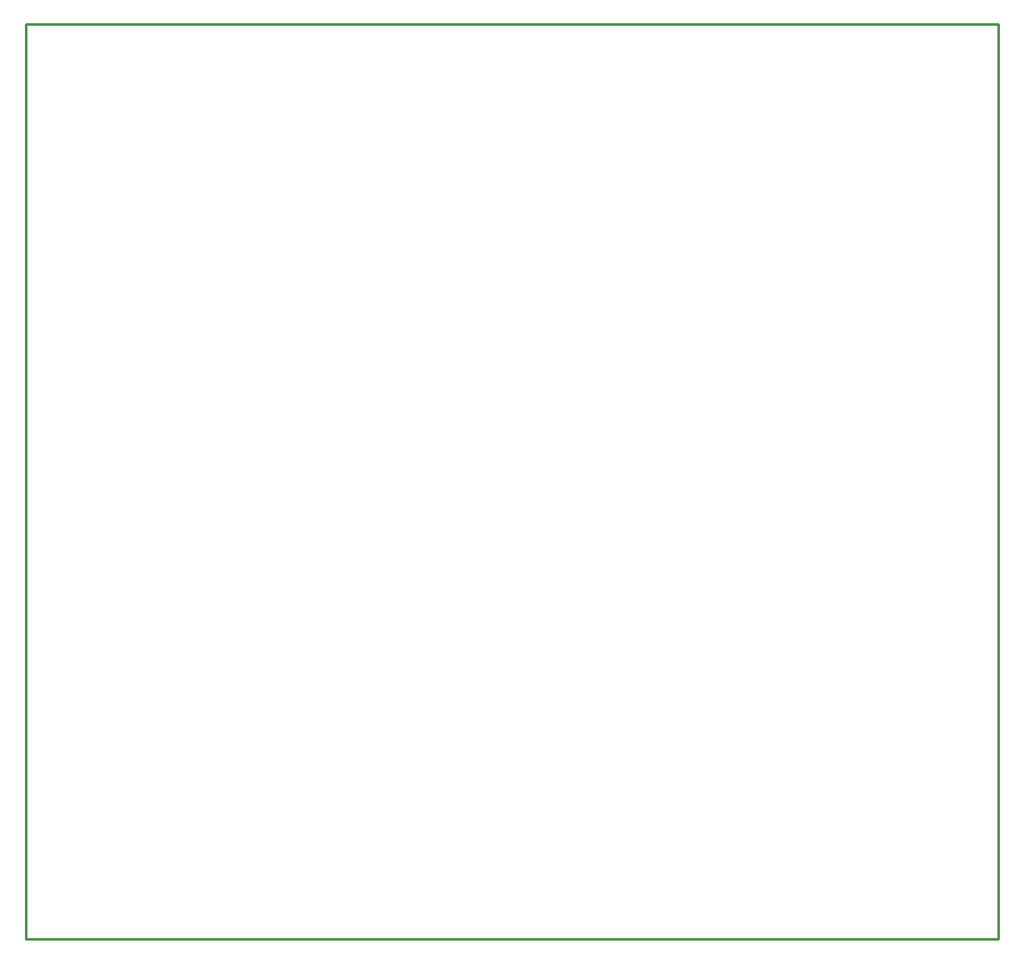
<source format=gko>
G04 Layer: BoardOutlineLayer*
G04 EasyEDA v6.5.20, 2023-08-23 00:17:06*
G04 a67cddfb3fce44daa9051d46cbbcc19f,10*
G04 Gerber Generator version 0.2*
G04 Scale: 100 percent, Rotated: No, Reflected: No *
G04 Dimensions in millimeters *
G04 leading zeros omitted , absolute positions ,4 integer and 5 decimal *
%FSLAX45Y45*%
%MOMM*%

%ADD10C,0.2540*%
D10*
X9588500Y0D02*
G01*
X0Y0D01*
X0Y9017000D01*
X9588500Y9017000D01*
X9588500Y0D01*

%LPD*%
M02*

</source>
